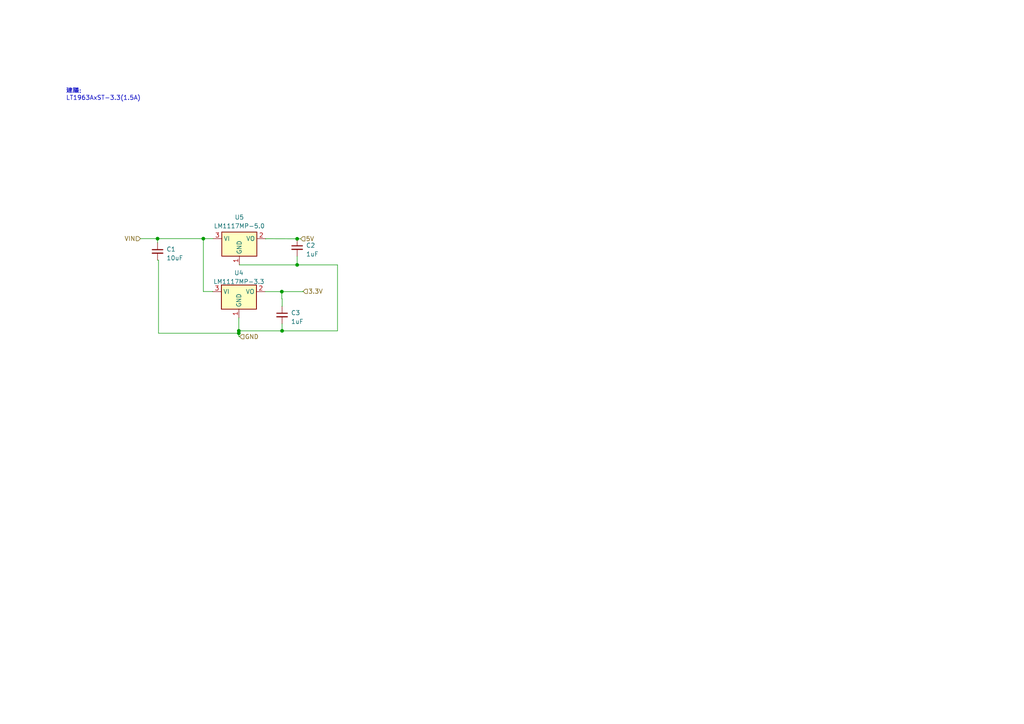
<source format=kicad_sch>
(kicad_sch (version 20230121) (generator eeschema)

  (uuid 0a41d7af-e441-4f9d-bcf3-5f363e8cbc8f)

  (paper "A4")

  (title_block
    (title "Ble Midi")
  )

  (lib_symbols
    (symbol "Device:C_Small" (pin_numbers hide) (pin_names (offset 0.254) hide) (in_bom yes) (on_board yes)
      (property "Reference" "C" (at 0.254 1.778 0)
        (effects (font (size 1.27 1.27)) (justify left))
      )
      (property "Value" "C_Small" (at 0.254 -2.032 0)
        (effects (font (size 1.27 1.27)) (justify left))
      )
      (property "Footprint" "" (at 0 0 0)
        (effects (font (size 1.27 1.27)) hide)
      )
      (property "Datasheet" "~" (at 0 0 0)
        (effects (font (size 1.27 1.27)) hide)
      )
      (property "ki_keywords" "capacitor cap" (at 0 0 0)
        (effects (font (size 1.27 1.27)) hide)
      )
      (property "ki_description" "Unpolarized capacitor, small symbol" (at 0 0 0)
        (effects (font (size 1.27 1.27)) hide)
      )
      (property "ki_fp_filters" "C_*" (at 0 0 0)
        (effects (font (size 1.27 1.27)) hide)
      )
      (symbol "C_Small_0_1"
        (polyline
          (pts
            (xy -1.524 -0.508)
            (xy 1.524 -0.508)
          )
          (stroke (width 0.3302) (type default))
          (fill (type none))
        )
        (polyline
          (pts
            (xy -1.524 0.508)
            (xy 1.524 0.508)
          )
          (stroke (width 0.3048) (type default))
          (fill (type none))
        )
      )
      (symbol "C_Small_1_1"
        (pin passive line (at 0 2.54 270) (length 2.032)
          (name "~" (effects (font (size 1.27 1.27))))
          (number "1" (effects (font (size 1.27 1.27))))
        )
        (pin passive line (at 0 -2.54 90) (length 2.032)
          (name "~" (effects (font (size 1.27 1.27))))
          (number "2" (effects (font (size 1.27 1.27))))
        )
      )
    )
    (symbol "Regulator_Linear:LM1117MP-3.3" (in_bom yes) (on_board yes)
      (property "Reference" "U" (at -3.81 3.175 0)
        (effects (font (size 1.27 1.27)))
      )
      (property "Value" "LM1117MP-3.3" (at 0 3.175 0)
        (effects (font (size 1.27 1.27)) (justify left))
      )
      (property "Footprint" "Package_TO_SOT_SMD:SOT-223-3_TabPin2" (at 0 0 0)
        (effects (font (size 1.27 1.27)) hide)
      )
      (property "Datasheet" "http://www.ti.com/lit/ds/symlink/lm1117.pdf" (at 0 0 0)
        (effects (font (size 1.27 1.27)) hide)
      )
      (property "ki_keywords" "linear regulator ldo fixed positive" (at 0 0 0)
        (effects (font (size 1.27 1.27)) hide)
      )
      (property "ki_description" "800mA Low-Dropout Linear Regulator, 3.3V fixed output, SOT-223" (at 0 0 0)
        (effects (font (size 1.27 1.27)) hide)
      )
      (property "ki_fp_filters" "SOT?223*" (at 0 0 0)
        (effects (font (size 1.27 1.27)) hide)
      )
      (symbol "LM1117MP-3.3_0_1"
        (rectangle (start -5.08 -5.08) (end 5.08 1.905)
          (stroke (width 0.254) (type default))
          (fill (type background))
        )
      )
      (symbol "LM1117MP-3.3_1_1"
        (pin power_in line (at 0 -7.62 90) (length 2.54)
          (name "GND" (effects (font (size 1.27 1.27))))
          (number "1" (effects (font (size 1.27 1.27))))
        )
        (pin power_out line (at 7.62 0 180) (length 2.54)
          (name "VO" (effects (font (size 1.27 1.27))))
          (number "2" (effects (font (size 1.27 1.27))))
        )
        (pin power_in line (at -7.62 0 0) (length 2.54)
          (name "VI" (effects (font (size 1.27 1.27))))
          (number "3" (effects (font (size 1.27 1.27))))
        )
      )
    )
    (symbol "Regulator_Linear:LM1117MP-5.0" (in_bom yes) (on_board yes)
      (property "Reference" "U" (at -3.81 3.175 0)
        (effects (font (size 1.27 1.27)))
      )
      (property "Value" "LM1117MP-5.0" (at 0 3.175 0)
        (effects (font (size 1.27 1.27)) (justify left))
      )
      (property "Footprint" "Package_TO_SOT_SMD:SOT-223-3_TabPin2" (at 0 0 0)
        (effects (font (size 1.27 1.27)) hide)
      )
      (property "Datasheet" "http://www.ti.com/lit/ds/symlink/lm1117.pdf" (at 0 0 0)
        (effects (font (size 1.27 1.27)) hide)
      )
      (property "ki_keywords" "linear regulator ldo fixed positive" (at 0 0 0)
        (effects (font (size 1.27 1.27)) hide)
      )
      (property "ki_description" "800mA Low-Dropout Linear Regulator, 5.0V fixed output, SOT-223" (at 0 0 0)
        (effects (font (size 1.27 1.27)) hide)
      )
      (property "ki_fp_filters" "SOT?223*" (at 0 0 0)
        (effects (font (size 1.27 1.27)) hide)
      )
      (symbol "LM1117MP-5.0_0_1"
        (rectangle (start -5.08 -5.08) (end 5.08 1.905)
          (stroke (width 0.254) (type default))
          (fill (type background))
        )
      )
      (symbol "LM1117MP-5.0_1_1"
        (pin power_in line (at 0 -7.62 90) (length 2.54)
          (name "GND" (effects (font (size 1.27 1.27))))
          (number "1" (effects (font (size 1.27 1.27))))
        )
        (pin power_out line (at 7.62 0 180) (length 2.54)
          (name "VO" (effects (font (size 1.27 1.27))))
          (number "2" (effects (font (size 1.27 1.27))))
        )
        (pin power_in line (at -7.62 0 0) (length 2.54)
          (name "VI" (effects (font (size 1.27 1.27))))
          (number "3" (effects (font (size 1.27 1.27))))
        )
      )
    )
  )

  (junction (at 58.9788 69.215) (diameter 0) (color 0 0 0 0)
    (uuid 3f05b72f-7f23-4422-8bc1-d59161069e70)
  )
  (junction (at 81.8134 95.9612) (diameter 0) (color 0 0 0 0)
    (uuid 53c092be-c9ab-40c3-90fe-20d050e41200)
  )
  (junction (at 81.7372 84.582) (diameter 0) (color 0 0 0 0)
    (uuid 780a2c0b-79d5-44e0-8a6c-b5f41081217c)
  )
  (junction (at 86.1822 76.835) (diameter 0) (color 0 0 0 0)
    (uuid 8330e95d-5792-4413-a66d-6448fa33f91d)
  )
  (junction (at 69.2658 96.647) (diameter 0) (color 0 0 0 0)
    (uuid ad8adb3b-bb73-4b41-84b4-e44170cd766b)
  )
  (junction (at 69.2658 95.9612) (diameter 0) (color 0 0 0 0)
    (uuid c74a9d7d-09da-432b-a2a2-42a4f2bc93f2)
  )
  (junction (at 86.1822 69.2658) (diameter 0) (color 0 0 0 0)
    (uuid dcb9bb58-b736-49d3-8016-b35ad9deef2e)
  )
  (junction (at 45.6946 69.215) (diameter 0) (color 0 0 0 0)
    (uuid efded0b9-58bc-43ec-b826-6f2ad7af51ce)
  )

  (wire (pts (xy 58.9788 69.215) (xy 58.9788 84.5566))
    (stroke (width 0) (type default))
    (uuid 009a124b-1a31-46b3-8534-b1cb7fff7af6)
  )
  (wire (pts (xy 97.8916 76.835) (xy 97.8916 95.9612))
    (stroke (width 0) (type default))
    (uuid 03571578-3351-4da1-8ad6-7afd66ec1082)
  )
  (wire (pts (xy 40.7416 69.215) (xy 45.6946 69.215))
    (stroke (width 0) (type default))
    (uuid 0ae42a5d-5caa-4dbc-9c95-7f70051149e6)
  )
  (wire (pts (xy 81.8134 88.8238) (xy 81.8134 88.7984))
    (stroke (width 0) (type default))
    (uuid 0c271cec-a0a8-4fed-b4f8-50cd2ae6bbd1)
  )
  (wire (pts (xy 81.8134 88.7984) (xy 81.8388 88.7984))
    (stroke (width 0) (type default))
    (uuid 12833a31-62de-4470-9329-ea8be68097b5)
  )
  (wire (pts (xy 81.8134 95.9612) (xy 97.8916 95.9612))
    (stroke (width 0) (type default))
    (uuid 171a3fb2-7e95-461e-9be4-649eea36ffc0)
  )
  (wire (pts (xy 86.1822 74.3458) (xy 86.1822 76.835))
    (stroke (width 0) (type default))
    (uuid 2c4ed0c4-2af4-401f-a2d3-0fdf03c4f63c)
  )
  (wire (pts (xy 69.5198 97.663) (xy 69.5198 97.5868))
    (stroke (width 0) (type default))
    (uuid 2d8b161b-e201-4ef0-944e-1979ce1ff25b)
  )
  (wire (pts (xy 86.1822 69.2658) (xy 87.1982 69.2658))
    (stroke (width 0) (type default))
    (uuid 33d171ab-b240-4bd9-9ed0-51a63a8baa3c)
  )
  (wire (pts (xy 81.7372 84.582) (xy 81.7372 86.6648))
    (stroke (width 0) (type default))
    (uuid 3fb4ea33-8765-4af1-a795-ef69d04e9fd9)
  )
  (wire (pts (xy 45.974 96.647) (xy 69.2658 96.647))
    (stroke (width 0) (type default))
    (uuid 41cef9db-2819-48f7-9e75-764bca032696)
  )
  (wire (pts (xy 81.8134 93.9038) (xy 81.8134 95.9612))
    (stroke (width 0) (type default))
    (uuid 49fef61c-ce50-42a0-805d-e821fa23a5a8)
  )
  (wire (pts (xy 87.9094 84.5058) (xy 87.884 84.5058))
    (stroke (width 0) (type default))
    (uuid 557ac94c-8a47-4eab-9010-9ab18026407a)
  )
  (wire (pts (xy 61.6458 84.582) (xy 61.6458 84.5566))
    (stroke (width 0) (type default))
    (uuid 557ae8e9-207a-4357-a0bb-1c33a617d604)
  )
  (wire (pts (xy 69.2658 96.647) (xy 69.2658 95.9612))
    (stroke (width 0) (type default))
    (uuid 582e7594-6009-48d2-b0bc-673947b1fb64)
  )
  (wire (pts (xy 61.6458 84.5566) (xy 58.9788 84.5566))
    (stroke (width 0) (type default))
    (uuid 58e2256e-b3c8-4adf-8271-d2f4a1d595bc)
  )
  (wire (pts (xy 69.2658 96.647) (xy 69.2658 97.5868))
    (stroke (width 0) (type default))
    (uuid 5933ac30-4605-4aa5-92ae-aa320c756d16)
  )
  (wire (pts (xy 87.884 84.582) (xy 81.7372 84.582))
    (stroke (width 0) (type default))
    (uuid 5eed90e2-0bf2-4fa6-b44e-9a5b7896cb21)
  )
  (wire (pts (xy 69.2658 95.9612) (xy 81.8134 95.9612))
    (stroke (width 0) (type default))
    (uuid 6adaf6bd-f1dc-42b2-a139-0e326d0b2a3f)
  )
  (wire (pts (xy 61.6458 84.582) (xy 61.6712 84.582))
    (stroke (width 0) (type default))
    (uuid 7509ab11-2f6d-48f6-bfaa-9807f3a0707f)
  )
  (wire (pts (xy 81.7372 86.6648) (xy 81.8388 86.6648))
    (stroke (width 0) (type default))
    (uuid 7cd1e88b-039a-4d94-917b-c2dccf7f46bb)
  )
  (wire (pts (xy 45.6946 69.215) (xy 58.9788 69.215))
    (stroke (width 0) (type default))
    (uuid 7f46fcdf-126b-41cb-9ef4-4110be3144bd)
  )
  (wire (pts (xy 45.6946 75.4634) (xy 45.974 75.4634))
    (stroke (width 0) (type default))
    (uuid 850290b4-e5de-4255-b882-3fda6b125af1)
  )
  (wire (pts (xy 77.089 69.2404) (xy 77.089 69.2912))
    (stroke (width 0) (type default))
    (uuid 88c3da6b-4250-408d-9cc9-593e10094b5f)
  )
  (wire (pts (xy 69.2658 92.202) (xy 69.2912 92.202))
    (stroke (width 0) (type default))
    (uuid 90985ce7-5905-4be5-b519-4eda4e694824)
  )
  (wire (pts (xy 77.089 69.2912) (xy 77.0382 69.2912))
    (stroke (width 0) (type default))
    (uuid 9412e823-e204-433c-b7e0-cf2b5f202b9c)
  )
  (wire (pts (xy 45.6946 70.3834) (xy 45.6946 69.215))
    (stroke (width 0) (type default))
    (uuid 983ac3d8-5a2e-4437-8f47-26b7fd01a551)
  )
  (wire (pts (xy 69.5198 97.5868) (xy 69.2658 97.5868))
    (stroke (width 0) (type default))
    (uuid a390d134-e9d2-4399-90fa-f5a6c5fa0edf)
  )
  (wire (pts (xy 81.7372 84.582) (xy 76.9112 84.582))
    (stroke (width 0) (type default))
    (uuid b22f0042-e605-4e68-81e7-e2fdd3fc93c1)
  )
  (wire (pts (xy 81.8388 88.7984) (xy 81.8388 86.6648))
    (stroke (width 0) (type default))
    (uuid b2afa0c5-5a5d-4274-8ab4-1d6d32afa0b5)
  )
  (wire (pts (xy 86.1822 69.2658) (xy 77.089 69.2404))
    (stroke (width 0) (type default))
    (uuid c39df271-0854-48eb-b06b-a2c61938a98d)
  )
  (wire (pts (xy 58.9788 69.215) (xy 61.7982 69.215))
    (stroke (width 0) (type default))
    (uuid c47d3e2e-b6a3-45a2-a5c8-e8a14a83404c)
  )
  (wire (pts (xy 45.974 75.4634) (xy 45.974 96.647))
    (stroke (width 0) (type default))
    (uuid c81ad511-a2f2-4001-80e1-8b5e0fa0fa95)
  )
  (wire (pts (xy 69.2658 95.9612) (xy 69.2658 92.202))
    (stroke (width 0) (type default))
    (uuid d32e34c5-833a-436c-95f1-6a6957945a2b)
  )
  (wire (pts (xy 86.1822 76.835) (xy 97.8916 76.835))
    (stroke (width 0) (type default))
    (uuid dc28a825-e1e8-4725-9a0d-0b36b9b36f8d)
  )
  (wire (pts (xy 77.0382 69.2912) (xy 77.0382 69.215))
    (stroke (width 0) (type default))
    (uuid e43d950c-dc5c-40e9-b40d-3cfd6270ff8c)
  )
  (wire (pts (xy 69.4182 76.835) (xy 86.1822 76.835))
    (stroke (width 0) (type default))
    (uuid e98a7899-7c0f-4328-b458-75e151db5547)
  )
  (wire (pts (xy 87.884 84.5058) (xy 87.884 84.582))
    (stroke (width 0) (type default))
    (uuid ead22fb7-67f1-446d-80a3-70fdf2168b9e)
  )

  (text "建議:\nLT1963AxST-3.3(1.5A)\n" (at 19.1262 29.2862 0)
    (effects (font (size 1.27 1.27)) (justify left bottom))
    (uuid becd6ae6-cc9b-47bc-b25b-2cee6a769012)
  )

  (hierarchical_label "GND" (shape input) (at 69.5198 97.663 0) (fields_autoplaced)
    (effects (font (size 1.27 1.27)) (justify left))
    (uuid 8c397030-66f6-48de-acb2-c9e1c1b92427)
  )
  (hierarchical_label "5V" (shape input) (at 87.1982 69.2658 0) (fields_autoplaced)
    (effects (font (size 1.27 1.27)) (justify left))
    (uuid c5253af1-21b2-445d-a32e-be64d35ba1c7)
  )
  (hierarchical_label "VIN" (shape input) (at 40.7416 69.215 180) (fields_autoplaced)
    (effects (font (size 1.27 1.27)) (justify right))
    (uuid e47c7145-0781-460f-ae24-b4c64156def9)
  )
  (hierarchical_label "3.3V" (shape input) (at 87.9094 84.5058 0) (fields_autoplaced)
    (effects (font (size 1.27 1.27)) (justify left))
    (uuid e5850f92-0a61-4e1b-b147-22f9f5dd2257)
  )

  (symbol (lib_id "Device:C_Small") (at 81.8134 91.3638 0) (unit 1)
    (in_bom yes) (on_board yes) (dnp no) (fields_autoplaced)
    (uuid 5de8ef35-5ca5-48e8-9e3e-aaac14ffc9d1)
    (property "Reference" "C3" (at 84.3788 90.7351 0)
      (effects (font (size 1.27 1.27)) (justify left))
    )
    (property "Value" "1uF" (at 84.3788 93.2751 0)
      (effects (font (size 1.27 1.27)) (justify left))
    )
    (property "Footprint" "Capacitor_SMD:C_0603_1608Metric" (at 81.8134 91.3638 0)
      (effects (font (size 1.27 1.27)) hide)
    )
    (property "Datasheet" "~" (at 81.8134 91.3638 0)
      (effects (font (size 1.27 1.27)) hide)
    )
    (pin "1" (uuid d1c771cb-8a32-42b0-afae-3369b74fc78d))
    (pin "2" (uuid e14635f2-94b5-4a6b-a180-c7b7b2b134a6))
    (instances
      (project "ble_midi_hardware"
        (path "/2430d23c-7a32-4c0f-92aa-bc816bceade1/4950ead4-ea05-4a78-b292-d3e703513e1c"
          (reference "C3") (unit 1)
        )
      )
    )
  )

  (symbol (lib_id "Device:C_Small") (at 86.1822 71.8058 0) (unit 1)
    (in_bom yes) (on_board yes) (dnp no) (fields_autoplaced)
    (uuid 62cba1a3-f854-4291-be58-e8a3b7240a06)
    (property "Reference" "C2" (at 88.7476 71.1771 0)
      (effects (font (size 1.27 1.27)) (justify left))
    )
    (property "Value" "1uF" (at 88.7476 73.7171 0)
      (effects (font (size 1.27 1.27)) (justify left))
    )
    (property "Footprint" "Capacitor_SMD:C_0603_1608Metric" (at 86.1822 71.8058 0)
      (effects (font (size 1.27 1.27)) hide)
    )
    (property "Datasheet" "~" (at 86.1822 71.8058 0)
      (effects (font (size 1.27 1.27)) hide)
    )
    (pin "1" (uuid 788ab2ec-083d-4659-b1d1-cf6511eeb410))
    (pin "2" (uuid d6ec3272-d87c-4c51-8f66-c4e9bf9fa9b1))
    (instances
      (project "ble_midi_hardware"
        (path "/2430d23c-7a32-4c0f-92aa-bc816bceade1/4950ead4-ea05-4a78-b292-d3e703513e1c"
          (reference "C2") (unit 1)
        )
      )
    )
  )

  (symbol (lib_id "Regulator_Linear:LM1117MP-5.0") (at 69.4182 69.215 0) (unit 1)
    (in_bom yes) (on_board yes) (dnp no) (fields_autoplaced)
    (uuid 91709a48-f6c4-4106-a0d8-c100c10386ad)
    (property "Reference" "U5" (at 69.4182 63.0174 0)
      (effects (font (size 1.27 1.27)))
    )
    (property "Value" "LM1117MP-5.0" (at 69.4182 65.5574 0)
      (effects (font (size 1.27 1.27)))
    )
    (property "Footprint" "Package_TO_SOT_SMD:SOT-223-3_TabPin2" (at 69.4182 69.215 0)
      (effects (font (size 1.27 1.27)) hide)
    )
    (property "Datasheet" "http://www.ti.com/lit/ds/symlink/lm1117.pdf" (at 69.4182 69.215 0)
      (effects (font (size 1.27 1.27)) hide)
    )
    (pin "1" (uuid 0c98157a-2bed-42ef-8157-54993e49a394))
    (pin "2" (uuid cb1164d4-6eae-48ac-b5a5-2915aa069b75))
    (pin "3" (uuid 60606ea7-f474-44d6-9b33-605a373b7c86))
    (instances
      (project "ble_midi_hardware"
        (path "/2430d23c-7a32-4c0f-92aa-bc816bceade1/4950ead4-ea05-4a78-b292-d3e703513e1c"
          (reference "U5") (unit 1)
        )
      )
    )
  )

  (symbol (lib_id "Device:C_Small") (at 45.6946 72.9234 0) (unit 1)
    (in_bom yes) (on_board yes) (dnp no) (fields_autoplaced)
    (uuid 93656d48-e57d-4660-b9a4-dca61d3029c1)
    (property "Reference" "C1" (at 48.26 72.2947 0)
      (effects (font (size 1.27 1.27)) (justify left))
    )
    (property "Value" "10uF" (at 48.26 74.8347 0)
      (effects (font (size 1.27 1.27)) (justify left))
    )
    (property "Footprint" "Capacitor_SMD:C_0603_1608Metric" (at 45.6946 72.9234 0)
      (effects (font (size 1.27 1.27)) hide)
    )
    (property "Datasheet" "~" (at 45.6946 72.9234 0)
      (effects (font (size 1.27 1.27)) hide)
    )
    (pin "1" (uuid af81d6cb-d16a-4ee7-8a1c-1b6a19fd94c0))
    (pin "2" (uuid 91660385-f043-4f9e-b4aa-163d00eb80c0))
    (instances
      (project "ble_midi_hardware"
        (path "/2430d23c-7a32-4c0f-92aa-bc816bceade1/4950ead4-ea05-4a78-b292-d3e703513e1c"
          (reference "C1") (unit 1)
        )
      )
    )
  )

  (symbol (lib_id "Regulator_Linear:LM1117MP-3.3") (at 69.2912 84.582 0) (unit 1)
    (in_bom yes) (on_board yes) (dnp no) (fields_autoplaced)
    (uuid ff088f39-924a-45fc-85c5-dbe038346298)
    (property "Reference" "U4" (at 69.2912 79.1464 0)
      (effects (font (size 1.27 1.27)))
    )
    (property "Value" "LM1117MP-3.3" (at 69.2912 81.6864 0)
      (effects (font (size 1.27 1.27)))
    )
    (property "Footprint" "Package_TO_SOT_SMD:SOT-223-3_TabPin2" (at 69.2912 84.582 0)
      (effects (font (size 1.27 1.27)) hide)
    )
    (property "Datasheet" "http://www.ti.com/lit/ds/symlink/lm1117.pdf" (at 69.2912 84.582 0)
      (effects (font (size 1.27 1.27)) hide)
    )
    (pin "1" (uuid 49adf96a-e434-47ce-b713-55fa59987e4e))
    (pin "2" (uuid 43026955-fdfb-4087-85fa-cafa0fe8bfe4))
    (pin "3" (uuid d6da8efd-d32c-4a78-b254-ec50f5c4a194))
    (instances
      (project "ble_midi_hardware"
        (path "/2430d23c-7a32-4c0f-92aa-bc816bceade1"
          (reference "U4") (unit 1)
        )
        (path "/2430d23c-7a32-4c0f-92aa-bc816bceade1/4950ead4-ea05-4a78-b292-d3e703513e1c"
          (reference "U4") (unit 1)
        )
      )
    )
  )
)

</source>
